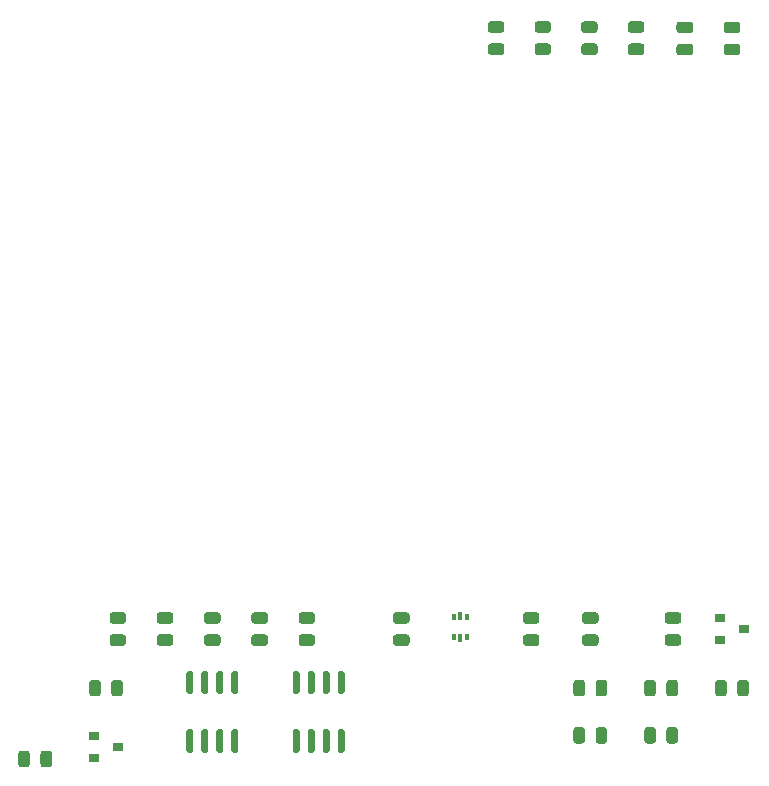
<source format=gbr>
%TF.GenerationSoftware,KiCad,Pcbnew,(5.1.6)-1*%
%TF.CreationDate,2021-10-08T13:52:48-05:00*%
%TF.ProjectId,Jeep JTEC,4a656570-204a-4544-9543-2e6b69636164,rev?*%
%TF.SameCoordinates,Original*%
%TF.FileFunction,Paste,Top*%
%TF.FilePolarity,Positive*%
%FSLAX46Y46*%
G04 Gerber Fmt 4.6, Leading zero omitted, Abs format (unit mm)*
G04 Created by KiCad (PCBNEW (5.1.6)-1) date 2021-10-08 13:52:48*
%MOMM*%
%LPD*%
G01*
G04 APERTURE LIST*
%ADD10R,0.375000X0.500000*%
%ADD11R,0.300000X0.650000*%
%ADD12R,0.900000X0.800000*%
G04 APERTURE END LIST*
%TO.C,R19*%
G36*
G01*
X193450000Y-126456250D02*
X193450000Y-125543750D01*
G75*
G02*
X193693750Y-125300000I243750J0D01*
G01*
X194181250Y-125300000D01*
G75*
G02*
X194425000Y-125543750I0J-243750D01*
G01*
X194425000Y-126456250D01*
G75*
G02*
X194181250Y-126700000I-243750J0D01*
G01*
X193693750Y-126700000D01*
G75*
G02*
X193450000Y-126456250I0J243750D01*
G01*
G37*
G36*
G01*
X191575000Y-126456250D02*
X191575000Y-125543750D01*
G75*
G02*
X191818750Y-125300000I243750J0D01*
G01*
X192306250Y-125300000D01*
G75*
G02*
X192550000Y-125543750I0J-243750D01*
G01*
X192550000Y-126456250D01*
G75*
G02*
X192306250Y-126700000I-243750J0D01*
G01*
X191818750Y-126700000D01*
G75*
G02*
X191575000Y-126456250I0J243750D01*
G01*
G37*
%TD*%
D10*
%TO.C,U2*%
X228462500Y-113970000D03*
X229537500Y-113970000D03*
D11*
X229000000Y-115745000D03*
X229000000Y-113895000D03*
D10*
X229537500Y-115670000D03*
X228462500Y-115670000D03*
%TD*%
%TO.C,U1*%
G36*
G01*
X215245000Y-120500000D02*
X214945000Y-120500000D01*
G75*
G02*
X214795000Y-120350000I0J150000D01*
G01*
X214795000Y-118700000D01*
G75*
G02*
X214945000Y-118550000I150000J0D01*
G01*
X215245000Y-118550000D01*
G75*
G02*
X215395000Y-118700000I0J-150000D01*
G01*
X215395000Y-120350000D01*
G75*
G02*
X215245000Y-120500000I-150000J0D01*
G01*
G37*
G36*
G01*
X216515000Y-120500000D02*
X216215000Y-120500000D01*
G75*
G02*
X216065000Y-120350000I0J150000D01*
G01*
X216065000Y-118700000D01*
G75*
G02*
X216215000Y-118550000I150000J0D01*
G01*
X216515000Y-118550000D01*
G75*
G02*
X216665000Y-118700000I0J-150000D01*
G01*
X216665000Y-120350000D01*
G75*
G02*
X216515000Y-120500000I-150000J0D01*
G01*
G37*
G36*
G01*
X217785000Y-120500000D02*
X217485000Y-120500000D01*
G75*
G02*
X217335000Y-120350000I0J150000D01*
G01*
X217335000Y-118700000D01*
G75*
G02*
X217485000Y-118550000I150000J0D01*
G01*
X217785000Y-118550000D01*
G75*
G02*
X217935000Y-118700000I0J-150000D01*
G01*
X217935000Y-120350000D01*
G75*
G02*
X217785000Y-120500000I-150000J0D01*
G01*
G37*
G36*
G01*
X219055000Y-120500000D02*
X218755000Y-120500000D01*
G75*
G02*
X218605000Y-120350000I0J150000D01*
G01*
X218605000Y-118700000D01*
G75*
G02*
X218755000Y-118550000I150000J0D01*
G01*
X219055000Y-118550000D01*
G75*
G02*
X219205000Y-118700000I0J-150000D01*
G01*
X219205000Y-120350000D01*
G75*
G02*
X219055000Y-120500000I-150000J0D01*
G01*
G37*
G36*
G01*
X219055000Y-125450000D02*
X218755000Y-125450000D01*
G75*
G02*
X218605000Y-125300000I0J150000D01*
G01*
X218605000Y-123650000D01*
G75*
G02*
X218755000Y-123500000I150000J0D01*
G01*
X219055000Y-123500000D01*
G75*
G02*
X219205000Y-123650000I0J-150000D01*
G01*
X219205000Y-125300000D01*
G75*
G02*
X219055000Y-125450000I-150000J0D01*
G01*
G37*
G36*
G01*
X217785000Y-125450000D02*
X217485000Y-125450000D01*
G75*
G02*
X217335000Y-125300000I0J150000D01*
G01*
X217335000Y-123650000D01*
G75*
G02*
X217485000Y-123500000I150000J0D01*
G01*
X217785000Y-123500000D01*
G75*
G02*
X217935000Y-123650000I0J-150000D01*
G01*
X217935000Y-125300000D01*
G75*
G02*
X217785000Y-125450000I-150000J0D01*
G01*
G37*
G36*
G01*
X216515000Y-125450000D02*
X216215000Y-125450000D01*
G75*
G02*
X216065000Y-125300000I0J150000D01*
G01*
X216065000Y-123650000D01*
G75*
G02*
X216215000Y-123500000I150000J0D01*
G01*
X216515000Y-123500000D01*
G75*
G02*
X216665000Y-123650000I0J-150000D01*
G01*
X216665000Y-125300000D01*
G75*
G02*
X216515000Y-125450000I-150000J0D01*
G01*
G37*
G36*
G01*
X215245000Y-125450000D02*
X214945000Y-125450000D01*
G75*
G02*
X214795000Y-125300000I0J150000D01*
G01*
X214795000Y-123650000D01*
G75*
G02*
X214945000Y-123500000I150000J0D01*
G01*
X215245000Y-123500000D01*
G75*
G02*
X215395000Y-123650000I0J-150000D01*
G01*
X215395000Y-125300000D01*
G75*
G02*
X215245000Y-125450000I-150000J0D01*
G01*
G37*
%TD*%
%TO.C,R18*%
G36*
G01*
X246450000Y-124456250D02*
X246450000Y-123543750D01*
G75*
G02*
X246693750Y-123300000I243750J0D01*
G01*
X247181250Y-123300000D01*
G75*
G02*
X247425000Y-123543750I0J-243750D01*
G01*
X247425000Y-124456250D01*
G75*
G02*
X247181250Y-124700000I-243750J0D01*
G01*
X246693750Y-124700000D01*
G75*
G02*
X246450000Y-124456250I0J243750D01*
G01*
G37*
G36*
G01*
X244575000Y-124456250D02*
X244575000Y-123543750D01*
G75*
G02*
X244818750Y-123300000I243750J0D01*
G01*
X245306250Y-123300000D01*
G75*
G02*
X245550000Y-123543750I0J-243750D01*
G01*
X245550000Y-124456250D01*
G75*
G02*
X245306250Y-124700000I-243750J0D01*
G01*
X244818750Y-124700000D01*
G75*
G02*
X244575000Y-124456250I0J243750D01*
G01*
G37*
%TD*%
%TO.C,R17*%
G36*
G01*
X248456250Y-64550000D02*
X247543750Y-64550000D01*
G75*
G02*
X247300000Y-64306250I0J243750D01*
G01*
X247300000Y-63818750D01*
G75*
G02*
X247543750Y-63575000I243750J0D01*
G01*
X248456250Y-63575000D01*
G75*
G02*
X248700000Y-63818750I0J-243750D01*
G01*
X248700000Y-64306250D01*
G75*
G02*
X248456250Y-64550000I-243750J0D01*
G01*
G37*
G36*
G01*
X248456250Y-66425000D02*
X247543750Y-66425000D01*
G75*
G02*
X247300000Y-66181250I0J243750D01*
G01*
X247300000Y-65693750D01*
G75*
G02*
X247543750Y-65450000I243750J0D01*
G01*
X248456250Y-65450000D01*
G75*
G02*
X248700000Y-65693750I0J-243750D01*
G01*
X248700000Y-66181250D01*
G75*
G02*
X248456250Y-66425000I-243750J0D01*
G01*
G37*
%TD*%
%TO.C,R16*%
G36*
G01*
X244336250Y-64520000D02*
X243423750Y-64520000D01*
G75*
G02*
X243180000Y-64276250I0J243750D01*
G01*
X243180000Y-63788750D01*
G75*
G02*
X243423750Y-63545000I243750J0D01*
G01*
X244336250Y-63545000D01*
G75*
G02*
X244580000Y-63788750I0J-243750D01*
G01*
X244580000Y-64276250D01*
G75*
G02*
X244336250Y-64520000I-243750J0D01*
G01*
G37*
G36*
G01*
X244336250Y-66395000D02*
X243423750Y-66395000D01*
G75*
G02*
X243180000Y-66151250I0J243750D01*
G01*
X243180000Y-65663750D01*
G75*
G02*
X243423750Y-65420000I243750J0D01*
G01*
X244336250Y-65420000D01*
G75*
G02*
X244580000Y-65663750I0J-243750D01*
G01*
X244580000Y-66151250D01*
G75*
G02*
X244336250Y-66395000I-243750J0D01*
G01*
G37*
%TD*%
%TO.C,R15*%
G36*
G01*
X240386250Y-64520000D02*
X239473750Y-64520000D01*
G75*
G02*
X239230000Y-64276250I0J243750D01*
G01*
X239230000Y-63788750D01*
G75*
G02*
X239473750Y-63545000I243750J0D01*
G01*
X240386250Y-63545000D01*
G75*
G02*
X240630000Y-63788750I0J-243750D01*
G01*
X240630000Y-64276250D01*
G75*
G02*
X240386250Y-64520000I-243750J0D01*
G01*
G37*
G36*
G01*
X240386250Y-66395000D02*
X239473750Y-66395000D01*
G75*
G02*
X239230000Y-66151250I0J243750D01*
G01*
X239230000Y-65663750D01*
G75*
G02*
X239473750Y-65420000I243750J0D01*
G01*
X240386250Y-65420000D01*
G75*
G02*
X240630000Y-65663750I0J-243750D01*
G01*
X240630000Y-66151250D01*
G75*
G02*
X240386250Y-66395000I-243750J0D01*
G01*
G37*
%TD*%
%TO.C,R14*%
G36*
G01*
X252456250Y-64550000D02*
X251543750Y-64550000D01*
G75*
G02*
X251300000Y-64306250I0J243750D01*
G01*
X251300000Y-63818750D01*
G75*
G02*
X251543750Y-63575000I243750J0D01*
G01*
X252456250Y-63575000D01*
G75*
G02*
X252700000Y-63818750I0J-243750D01*
G01*
X252700000Y-64306250D01*
G75*
G02*
X252456250Y-64550000I-243750J0D01*
G01*
G37*
G36*
G01*
X252456250Y-66425000D02*
X251543750Y-66425000D01*
G75*
G02*
X251300000Y-66181250I0J243750D01*
G01*
X251300000Y-65693750D01*
G75*
G02*
X251543750Y-65450000I243750J0D01*
G01*
X252456250Y-65450000D01*
G75*
G02*
X252700000Y-65693750I0J-243750D01*
G01*
X252700000Y-66181250D01*
G75*
G02*
X252456250Y-66425000I-243750J0D01*
G01*
G37*
%TD*%
%TO.C,R13*%
G36*
G01*
X236436250Y-64520000D02*
X235523750Y-64520000D01*
G75*
G02*
X235280000Y-64276250I0J243750D01*
G01*
X235280000Y-63788750D01*
G75*
G02*
X235523750Y-63545000I243750J0D01*
G01*
X236436250Y-63545000D01*
G75*
G02*
X236680000Y-63788750I0J-243750D01*
G01*
X236680000Y-64276250D01*
G75*
G02*
X236436250Y-64520000I-243750J0D01*
G01*
G37*
G36*
G01*
X236436250Y-66395000D02*
X235523750Y-66395000D01*
G75*
G02*
X235280000Y-66151250I0J243750D01*
G01*
X235280000Y-65663750D01*
G75*
G02*
X235523750Y-65420000I243750J0D01*
G01*
X236436250Y-65420000D01*
G75*
G02*
X236680000Y-65663750I0J-243750D01*
G01*
X236680000Y-66151250D01*
G75*
G02*
X236436250Y-66395000I-243750J0D01*
G01*
G37*
%TD*%
%TO.C,R12*%
G36*
G01*
X232486250Y-64520000D02*
X231573750Y-64520000D01*
G75*
G02*
X231330000Y-64276250I0J243750D01*
G01*
X231330000Y-63788750D01*
G75*
G02*
X231573750Y-63545000I243750J0D01*
G01*
X232486250Y-63545000D01*
G75*
G02*
X232730000Y-63788750I0J-243750D01*
G01*
X232730000Y-64276250D01*
G75*
G02*
X232486250Y-64520000I-243750J0D01*
G01*
G37*
G36*
G01*
X232486250Y-66395000D02*
X231573750Y-66395000D01*
G75*
G02*
X231330000Y-66151250I0J243750D01*
G01*
X231330000Y-65663750D01*
G75*
G02*
X231573750Y-65420000I243750J0D01*
G01*
X232486250Y-65420000D01*
G75*
G02*
X232730000Y-65663750I0J-243750D01*
G01*
X232730000Y-66151250D01*
G75*
G02*
X232486250Y-66395000I-243750J0D01*
G01*
G37*
%TD*%
%TO.C,R11*%
G36*
G01*
X240450000Y-124456250D02*
X240450000Y-123543750D01*
G75*
G02*
X240693750Y-123300000I243750J0D01*
G01*
X241181250Y-123300000D01*
G75*
G02*
X241425000Y-123543750I0J-243750D01*
G01*
X241425000Y-124456250D01*
G75*
G02*
X241181250Y-124700000I-243750J0D01*
G01*
X240693750Y-124700000D01*
G75*
G02*
X240450000Y-124456250I0J243750D01*
G01*
G37*
G36*
G01*
X238575000Y-124456250D02*
X238575000Y-123543750D01*
G75*
G02*
X238818750Y-123300000I243750J0D01*
G01*
X239306250Y-123300000D01*
G75*
G02*
X239550000Y-123543750I0J-243750D01*
G01*
X239550000Y-124456250D01*
G75*
G02*
X239306250Y-124700000I-243750J0D01*
G01*
X238818750Y-124700000D01*
G75*
G02*
X238575000Y-124456250I0J243750D01*
G01*
G37*
%TD*%
%TO.C,R10*%
G36*
G01*
X247456250Y-114550000D02*
X246543750Y-114550000D01*
G75*
G02*
X246300000Y-114306250I0J243750D01*
G01*
X246300000Y-113818750D01*
G75*
G02*
X246543750Y-113575000I243750J0D01*
G01*
X247456250Y-113575000D01*
G75*
G02*
X247700000Y-113818750I0J-243750D01*
G01*
X247700000Y-114306250D01*
G75*
G02*
X247456250Y-114550000I-243750J0D01*
G01*
G37*
G36*
G01*
X247456250Y-116425000D02*
X246543750Y-116425000D01*
G75*
G02*
X246300000Y-116181250I0J243750D01*
G01*
X246300000Y-115693750D01*
G75*
G02*
X246543750Y-115450000I243750J0D01*
G01*
X247456250Y-115450000D01*
G75*
G02*
X247700000Y-115693750I0J-243750D01*
G01*
X247700000Y-116181250D01*
G75*
G02*
X247456250Y-116425000I-243750J0D01*
G01*
G37*
%TD*%
%TO.C,R9*%
G36*
G01*
X246450000Y-120456250D02*
X246450000Y-119543750D01*
G75*
G02*
X246693750Y-119300000I243750J0D01*
G01*
X247181250Y-119300000D01*
G75*
G02*
X247425000Y-119543750I0J-243750D01*
G01*
X247425000Y-120456250D01*
G75*
G02*
X247181250Y-120700000I-243750J0D01*
G01*
X246693750Y-120700000D01*
G75*
G02*
X246450000Y-120456250I0J243750D01*
G01*
G37*
G36*
G01*
X244575000Y-120456250D02*
X244575000Y-119543750D01*
G75*
G02*
X244818750Y-119300000I243750J0D01*
G01*
X245306250Y-119300000D01*
G75*
G02*
X245550000Y-119543750I0J-243750D01*
G01*
X245550000Y-120456250D01*
G75*
G02*
X245306250Y-120700000I-243750J0D01*
G01*
X244818750Y-120700000D01*
G75*
G02*
X244575000Y-120456250I0J243750D01*
G01*
G37*
%TD*%
%TO.C,R8*%
G36*
G01*
X240456250Y-114550000D02*
X239543750Y-114550000D01*
G75*
G02*
X239300000Y-114306250I0J243750D01*
G01*
X239300000Y-113818750D01*
G75*
G02*
X239543750Y-113575000I243750J0D01*
G01*
X240456250Y-113575000D01*
G75*
G02*
X240700000Y-113818750I0J-243750D01*
G01*
X240700000Y-114306250D01*
G75*
G02*
X240456250Y-114550000I-243750J0D01*
G01*
G37*
G36*
G01*
X240456250Y-116425000D02*
X239543750Y-116425000D01*
G75*
G02*
X239300000Y-116181250I0J243750D01*
G01*
X239300000Y-115693750D01*
G75*
G02*
X239543750Y-115450000I243750J0D01*
G01*
X240456250Y-115450000D01*
G75*
G02*
X240700000Y-115693750I0J-243750D01*
G01*
X240700000Y-116181250D01*
G75*
G02*
X240456250Y-116425000I-243750J0D01*
G01*
G37*
%TD*%
%TO.C,R7*%
G36*
G01*
X240450000Y-120456250D02*
X240450000Y-119543750D01*
G75*
G02*
X240693750Y-119300000I243750J0D01*
G01*
X241181250Y-119300000D01*
G75*
G02*
X241425000Y-119543750I0J-243750D01*
G01*
X241425000Y-120456250D01*
G75*
G02*
X241181250Y-120700000I-243750J0D01*
G01*
X240693750Y-120700000D01*
G75*
G02*
X240450000Y-120456250I0J243750D01*
G01*
G37*
G36*
G01*
X238575000Y-120456250D02*
X238575000Y-119543750D01*
G75*
G02*
X238818750Y-119300000I243750J0D01*
G01*
X239306250Y-119300000D01*
G75*
G02*
X239550000Y-119543750I0J-243750D01*
G01*
X239550000Y-120456250D01*
G75*
G02*
X239306250Y-120700000I-243750J0D01*
G01*
X238818750Y-120700000D01*
G75*
G02*
X238575000Y-120456250I0J243750D01*
G01*
G37*
%TD*%
%TO.C,R6*%
G36*
G01*
X212456250Y-114550000D02*
X211543750Y-114550000D01*
G75*
G02*
X211300000Y-114306250I0J243750D01*
G01*
X211300000Y-113818750D01*
G75*
G02*
X211543750Y-113575000I243750J0D01*
G01*
X212456250Y-113575000D01*
G75*
G02*
X212700000Y-113818750I0J-243750D01*
G01*
X212700000Y-114306250D01*
G75*
G02*
X212456250Y-114550000I-243750J0D01*
G01*
G37*
G36*
G01*
X212456250Y-116425000D02*
X211543750Y-116425000D01*
G75*
G02*
X211300000Y-116181250I0J243750D01*
G01*
X211300000Y-115693750D01*
G75*
G02*
X211543750Y-115450000I243750J0D01*
G01*
X212456250Y-115450000D01*
G75*
G02*
X212700000Y-115693750I0J-243750D01*
G01*
X212700000Y-116181250D01*
G75*
G02*
X212456250Y-116425000I-243750J0D01*
G01*
G37*
%TD*%
%TO.C,R5*%
G36*
G01*
X252450000Y-120456250D02*
X252450000Y-119543750D01*
G75*
G02*
X252693750Y-119300000I243750J0D01*
G01*
X253181250Y-119300000D01*
G75*
G02*
X253425000Y-119543750I0J-243750D01*
G01*
X253425000Y-120456250D01*
G75*
G02*
X253181250Y-120700000I-243750J0D01*
G01*
X252693750Y-120700000D01*
G75*
G02*
X252450000Y-120456250I0J243750D01*
G01*
G37*
G36*
G01*
X250575000Y-120456250D02*
X250575000Y-119543750D01*
G75*
G02*
X250818750Y-119300000I243750J0D01*
G01*
X251306250Y-119300000D01*
G75*
G02*
X251550000Y-119543750I0J-243750D01*
G01*
X251550000Y-120456250D01*
G75*
G02*
X251306250Y-120700000I-243750J0D01*
G01*
X250818750Y-120700000D01*
G75*
G02*
X250575000Y-120456250I0J243750D01*
G01*
G37*
%TD*%
%TO.C,R4*%
G36*
G01*
X208456250Y-114550000D02*
X207543750Y-114550000D01*
G75*
G02*
X207300000Y-114306250I0J243750D01*
G01*
X207300000Y-113818750D01*
G75*
G02*
X207543750Y-113575000I243750J0D01*
G01*
X208456250Y-113575000D01*
G75*
G02*
X208700000Y-113818750I0J-243750D01*
G01*
X208700000Y-114306250D01*
G75*
G02*
X208456250Y-114550000I-243750J0D01*
G01*
G37*
G36*
G01*
X208456250Y-116425000D02*
X207543750Y-116425000D01*
G75*
G02*
X207300000Y-116181250I0J243750D01*
G01*
X207300000Y-115693750D01*
G75*
G02*
X207543750Y-115450000I243750J0D01*
G01*
X208456250Y-115450000D01*
G75*
G02*
X208700000Y-115693750I0J-243750D01*
G01*
X208700000Y-116181250D01*
G75*
G02*
X208456250Y-116425000I-243750J0D01*
G01*
G37*
%TD*%
%TO.C,R3*%
G36*
G01*
X204456250Y-114550000D02*
X203543750Y-114550000D01*
G75*
G02*
X203300000Y-114306250I0J243750D01*
G01*
X203300000Y-113818750D01*
G75*
G02*
X203543750Y-113575000I243750J0D01*
G01*
X204456250Y-113575000D01*
G75*
G02*
X204700000Y-113818750I0J-243750D01*
G01*
X204700000Y-114306250D01*
G75*
G02*
X204456250Y-114550000I-243750J0D01*
G01*
G37*
G36*
G01*
X204456250Y-116425000D02*
X203543750Y-116425000D01*
G75*
G02*
X203300000Y-116181250I0J243750D01*
G01*
X203300000Y-115693750D01*
G75*
G02*
X203543750Y-115450000I243750J0D01*
G01*
X204456250Y-115450000D01*
G75*
G02*
X204700000Y-115693750I0J-243750D01*
G01*
X204700000Y-116181250D01*
G75*
G02*
X204456250Y-116425000I-243750J0D01*
G01*
G37*
%TD*%
%TO.C,R2*%
G36*
G01*
X199450000Y-120456250D02*
X199450000Y-119543750D01*
G75*
G02*
X199693750Y-119300000I243750J0D01*
G01*
X200181250Y-119300000D01*
G75*
G02*
X200425000Y-119543750I0J-243750D01*
G01*
X200425000Y-120456250D01*
G75*
G02*
X200181250Y-120700000I-243750J0D01*
G01*
X199693750Y-120700000D01*
G75*
G02*
X199450000Y-120456250I0J243750D01*
G01*
G37*
G36*
G01*
X197575000Y-120456250D02*
X197575000Y-119543750D01*
G75*
G02*
X197818750Y-119300000I243750J0D01*
G01*
X198306250Y-119300000D01*
G75*
G02*
X198550000Y-119543750I0J-243750D01*
G01*
X198550000Y-120456250D01*
G75*
G02*
X198306250Y-120700000I-243750J0D01*
G01*
X197818750Y-120700000D01*
G75*
G02*
X197575000Y-120456250I0J243750D01*
G01*
G37*
%TD*%
%TO.C,R1*%
G36*
G01*
X200456250Y-114550000D02*
X199543750Y-114550000D01*
G75*
G02*
X199300000Y-114306250I0J243750D01*
G01*
X199300000Y-113818750D01*
G75*
G02*
X199543750Y-113575000I243750J0D01*
G01*
X200456250Y-113575000D01*
G75*
G02*
X200700000Y-113818750I0J-243750D01*
G01*
X200700000Y-114306250D01*
G75*
G02*
X200456250Y-114550000I-243750J0D01*
G01*
G37*
G36*
G01*
X200456250Y-116425000D02*
X199543750Y-116425000D01*
G75*
G02*
X199300000Y-116181250I0J243750D01*
G01*
X199300000Y-115693750D01*
G75*
G02*
X199543750Y-115450000I243750J0D01*
G01*
X200456250Y-115450000D01*
G75*
G02*
X200700000Y-115693750I0J-243750D01*
G01*
X200700000Y-116181250D01*
G75*
G02*
X200456250Y-116425000I-243750J0D01*
G01*
G37*
%TD*%
%TO.C,Q2*%
G36*
G01*
X206245000Y-120500000D02*
X205945000Y-120500000D01*
G75*
G02*
X205795000Y-120350000I0J150000D01*
G01*
X205795000Y-118700000D01*
G75*
G02*
X205945000Y-118550000I150000J0D01*
G01*
X206245000Y-118550000D01*
G75*
G02*
X206395000Y-118700000I0J-150000D01*
G01*
X206395000Y-120350000D01*
G75*
G02*
X206245000Y-120500000I-150000J0D01*
G01*
G37*
G36*
G01*
X207515000Y-120500000D02*
X207215000Y-120500000D01*
G75*
G02*
X207065000Y-120350000I0J150000D01*
G01*
X207065000Y-118700000D01*
G75*
G02*
X207215000Y-118550000I150000J0D01*
G01*
X207515000Y-118550000D01*
G75*
G02*
X207665000Y-118700000I0J-150000D01*
G01*
X207665000Y-120350000D01*
G75*
G02*
X207515000Y-120500000I-150000J0D01*
G01*
G37*
G36*
G01*
X208785000Y-120500000D02*
X208485000Y-120500000D01*
G75*
G02*
X208335000Y-120350000I0J150000D01*
G01*
X208335000Y-118700000D01*
G75*
G02*
X208485000Y-118550000I150000J0D01*
G01*
X208785000Y-118550000D01*
G75*
G02*
X208935000Y-118700000I0J-150000D01*
G01*
X208935000Y-120350000D01*
G75*
G02*
X208785000Y-120500000I-150000J0D01*
G01*
G37*
G36*
G01*
X210055000Y-120500000D02*
X209755000Y-120500000D01*
G75*
G02*
X209605000Y-120350000I0J150000D01*
G01*
X209605000Y-118700000D01*
G75*
G02*
X209755000Y-118550000I150000J0D01*
G01*
X210055000Y-118550000D01*
G75*
G02*
X210205000Y-118700000I0J-150000D01*
G01*
X210205000Y-120350000D01*
G75*
G02*
X210055000Y-120500000I-150000J0D01*
G01*
G37*
G36*
G01*
X210055000Y-125450000D02*
X209755000Y-125450000D01*
G75*
G02*
X209605000Y-125300000I0J150000D01*
G01*
X209605000Y-123650000D01*
G75*
G02*
X209755000Y-123500000I150000J0D01*
G01*
X210055000Y-123500000D01*
G75*
G02*
X210205000Y-123650000I0J-150000D01*
G01*
X210205000Y-125300000D01*
G75*
G02*
X210055000Y-125450000I-150000J0D01*
G01*
G37*
G36*
G01*
X208785000Y-125450000D02*
X208485000Y-125450000D01*
G75*
G02*
X208335000Y-125300000I0J150000D01*
G01*
X208335000Y-123650000D01*
G75*
G02*
X208485000Y-123500000I150000J0D01*
G01*
X208785000Y-123500000D01*
G75*
G02*
X208935000Y-123650000I0J-150000D01*
G01*
X208935000Y-125300000D01*
G75*
G02*
X208785000Y-125450000I-150000J0D01*
G01*
G37*
G36*
G01*
X207515000Y-125450000D02*
X207215000Y-125450000D01*
G75*
G02*
X207065000Y-125300000I0J150000D01*
G01*
X207065000Y-123650000D01*
G75*
G02*
X207215000Y-123500000I150000J0D01*
G01*
X207515000Y-123500000D01*
G75*
G02*
X207665000Y-123650000I0J-150000D01*
G01*
X207665000Y-125300000D01*
G75*
G02*
X207515000Y-125450000I-150000J0D01*
G01*
G37*
G36*
G01*
X206245000Y-125450000D02*
X205945000Y-125450000D01*
G75*
G02*
X205795000Y-125300000I0J150000D01*
G01*
X205795000Y-123650000D01*
G75*
G02*
X205945000Y-123500000I150000J0D01*
G01*
X206245000Y-123500000D01*
G75*
G02*
X206395000Y-123650000I0J-150000D01*
G01*
X206395000Y-125300000D01*
G75*
G02*
X206245000Y-125450000I-150000J0D01*
G01*
G37*
%TD*%
D12*
%TO.C,Q1*%
X200000000Y-125000000D03*
X198000000Y-125950000D03*
X198000000Y-124050000D03*
%TD*%
%TO.C,D1*%
X253000000Y-115000000D03*
X251000000Y-115950000D03*
X251000000Y-114050000D03*
%TD*%
%TO.C,C6*%
G36*
G01*
X235456250Y-114550000D02*
X234543750Y-114550000D01*
G75*
G02*
X234300000Y-114306250I0J243750D01*
G01*
X234300000Y-113818750D01*
G75*
G02*
X234543750Y-113575000I243750J0D01*
G01*
X235456250Y-113575000D01*
G75*
G02*
X235700000Y-113818750I0J-243750D01*
G01*
X235700000Y-114306250D01*
G75*
G02*
X235456250Y-114550000I-243750J0D01*
G01*
G37*
G36*
G01*
X235456250Y-116425000D02*
X234543750Y-116425000D01*
G75*
G02*
X234300000Y-116181250I0J243750D01*
G01*
X234300000Y-115693750D01*
G75*
G02*
X234543750Y-115450000I243750J0D01*
G01*
X235456250Y-115450000D01*
G75*
G02*
X235700000Y-115693750I0J-243750D01*
G01*
X235700000Y-116181250D01*
G75*
G02*
X235456250Y-116425000I-243750J0D01*
G01*
G37*
%TD*%
%TO.C,C5*%
G36*
G01*
X224456250Y-114550000D02*
X223543750Y-114550000D01*
G75*
G02*
X223300000Y-114306250I0J243750D01*
G01*
X223300000Y-113818750D01*
G75*
G02*
X223543750Y-113575000I243750J0D01*
G01*
X224456250Y-113575000D01*
G75*
G02*
X224700000Y-113818750I0J-243750D01*
G01*
X224700000Y-114306250D01*
G75*
G02*
X224456250Y-114550000I-243750J0D01*
G01*
G37*
G36*
G01*
X224456250Y-116425000D02*
X223543750Y-116425000D01*
G75*
G02*
X223300000Y-116181250I0J243750D01*
G01*
X223300000Y-115693750D01*
G75*
G02*
X223543750Y-115450000I243750J0D01*
G01*
X224456250Y-115450000D01*
G75*
G02*
X224700000Y-115693750I0J-243750D01*
G01*
X224700000Y-116181250D01*
G75*
G02*
X224456250Y-116425000I-243750J0D01*
G01*
G37*
%TD*%
%TO.C,C4*%
G36*
G01*
X216456250Y-114550000D02*
X215543750Y-114550000D01*
G75*
G02*
X215300000Y-114306250I0J243750D01*
G01*
X215300000Y-113818750D01*
G75*
G02*
X215543750Y-113575000I243750J0D01*
G01*
X216456250Y-113575000D01*
G75*
G02*
X216700000Y-113818750I0J-243750D01*
G01*
X216700000Y-114306250D01*
G75*
G02*
X216456250Y-114550000I-243750J0D01*
G01*
G37*
G36*
G01*
X216456250Y-116425000D02*
X215543750Y-116425000D01*
G75*
G02*
X215300000Y-116181250I0J243750D01*
G01*
X215300000Y-115693750D01*
G75*
G02*
X215543750Y-115450000I243750J0D01*
G01*
X216456250Y-115450000D01*
G75*
G02*
X216700000Y-115693750I0J-243750D01*
G01*
X216700000Y-116181250D01*
G75*
G02*
X216456250Y-116425000I-243750J0D01*
G01*
G37*
%TD*%
M02*

</source>
